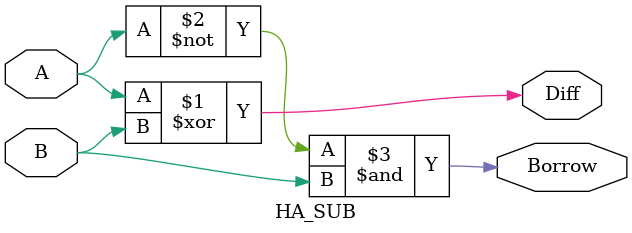
<source format=v>
`timescale 1ns / 1ps

// Module Name: HA_SUB

//////////////////////////////////////////////////////////////////////////////////


module HA_SUB(
    input A,
    input B,
    output Diff,
    output Borrow
    );
    
    assign Diff = A ^ B, 
           Borrow = ~A & B;  
endmodule

</source>
